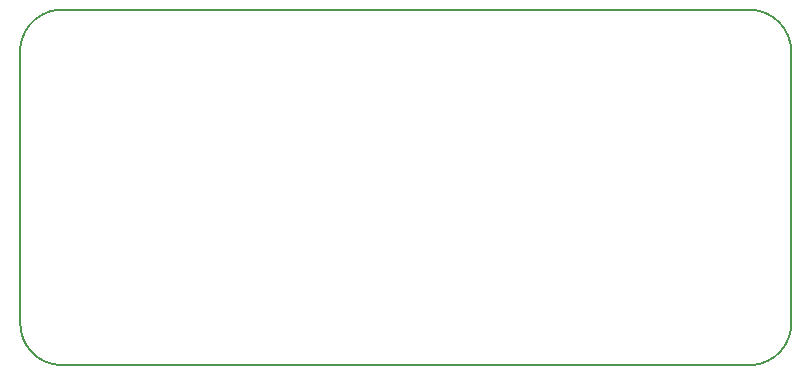
<source format=gm1>
G04 #@! TF.FileFunction,Profile,NP*
%FSLAX46Y46*%
G04 Gerber Fmt 4.6, Leading zero omitted, Abs format (unit mm)*
G04 Created by KiCad (PCBNEW 4.0.7-e2-6376~58~ubuntu16.04.1) date Sun Dec 31 15:52:29 2017*
%MOMM*%
%LPD*%
G01*
G04 APERTURE LIST*
%ADD10C,0.100000*%
%ADD11C,0.150000*%
G04 APERTURE END LIST*
D10*
D11*
X150495000Y-133350000D02*
X150495000Y-110794800D01*
X150495000Y-133350000D02*
G75*
G03X153924000Y-137033000I3556000J-127000D01*
G01*
X212445600Y-137033000D02*
X153924000Y-137033000D01*
X215773000Y-110540800D02*
X215773000Y-133248400D01*
X153746200Y-106934000D02*
X212267800Y-106934000D01*
X153746200Y-106934000D02*
G75*
G03X150495000Y-110794800I304800J-3556000D01*
G01*
X215773000Y-110540800D02*
G75*
G03X212267800Y-106934000I-3556000J50800D01*
G01*
X212445600Y-137033000D02*
G75*
G03X215773000Y-133248400I-228600J3556000D01*
G01*
M02*

</source>
